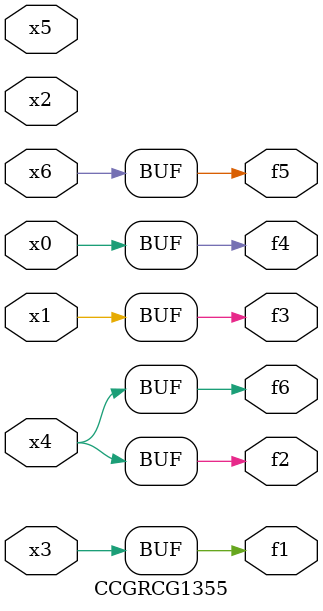
<source format=v>
module CCGRCG1355(
	input x0, x1, x2, x3, x4, x5, x6,
	output f1, f2, f3, f4, f5, f6
);
	assign f1 = x3;
	assign f2 = x4;
	assign f3 = x1;
	assign f4 = x0;
	assign f5 = x6;
	assign f6 = x4;
endmodule

</source>
